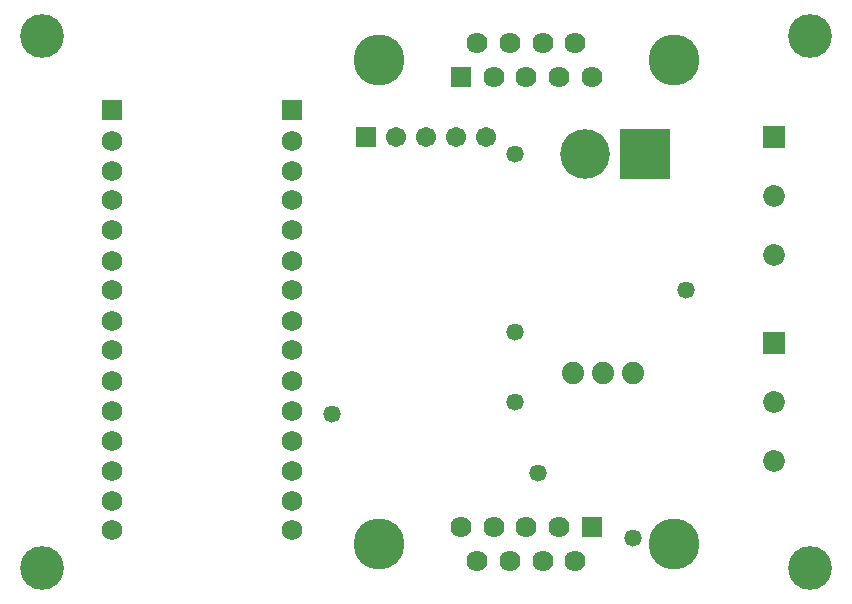
<source format=gbs>
G04*
G04 #@! TF.GenerationSoftware,Altium Limited,Altium Designer,22.8.2 (66)*
G04*
G04 Layer_Color=16711935*
%FSLAX42Y42*%
%MOMM*%
G71*
G04*
G04 #@! TF.SameCoordinates,BE524959-8ACB-43EF-997A-26B96313BF78*
G04*
G04*
G04 #@! TF.FilePolarity,Negative*
G04*
G01*
G75*
%ADD21C,1.78*%
%ADD22R,4.20X4.20*%
%ADD23C,4.20*%
%ADD24C,3.70*%
%ADD25R,1.85X1.85*%
%ADD26C,1.85*%
%ADD27R,1.78X1.78*%
%ADD28C,4.32*%
%ADD29C,1.73*%
%ADD30R,1.73X1.73*%
%ADD31R,1.71X1.71*%
%ADD32C,1.71*%
%ADD33C,1.88*%
%ADD34C,1.47*%
D21*
X3935Y4692D02*
D03*
X4212D02*
D03*
X4765Y308D02*
D03*
X4488D02*
D03*
X3796Y592D02*
D03*
X3935Y308D02*
D03*
X4073Y592D02*
D03*
X4212Y308D02*
D03*
X4350Y592D02*
D03*
X4627D02*
D03*
X4904Y4408D02*
D03*
X4765Y4692D02*
D03*
X4627Y4408D02*
D03*
X4488Y4692D02*
D03*
X4350Y4408D02*
D03*
X4073D02*
D03*
D22*
X5350Y3750D02*
D03*
D23*
X4850D02*
D03*
D24*
X250Y4750D02*
D03*
X6750Y250D02*
D03*
Y4750D02*
D03*
X250Y250D02*
D03*
D25*
X6450Y2150D02*
D03*
Y3900D02*
D03*
D26*
Y1650D02*
D03*
Y1150D02*
D03*
Y3400D02*
D03*
Y2900D02*
D03*
D27*
X4904Y592D02*
D03*
X3796Y4408D02*
D03*
D28*
X3100Y450D02*
D03*
X5599D02*
D03*
Y4550D02*
D03*
X3100D02*
D03*
D29*
X838Y566D02*
D03*
Y819D02*
D03*
Y1073D02*
D03*
Y1327D02*
D03*
Y1581D02*
D03*
Y1835D02*
D03*
Y2090D02*
D03*
Y2343D02*
D03*
Y2598D02*
D03*
Y2851D02*
D03*
Y3106D02*
D03*
Y3360D02*
D03*
Y3613D02*
D03*
Y3867D02*
D03*
X2362Y566D02*
D03*
Y819D02*
D03*
Y1073D02*
D03*
Y1327D02*
D03*
Y1581D02*
D03*
Y1835D02*
D03*
Y2090D02*
D03*
Y2343D02*
D03*
Y2598D02*
D03*
Y2851D02*
D03*
Y3106D02*
D03*
Y3360D02*
D03*
Y3613D02*
D03*
Y3867D02*
D03*
D30*
X838Y4122D02*
D03*
X2362D02*
D03*
D31*
X2992Y3900D02*
D03*
D32*
X3246D02*
D03*
X3500D02*
D03*
X3754D02*
D03*
X4008D02*
D03*
D33*
X5000Y1900D02*
D03*
X5254D02*
D03*
X4746D02*
D03*
D34*
X5700Y2600D02*
D03*
X4250Y2250D02*
D03*
Y3750D02*
D03*
Y1650D02*
D03*
X4450Y1050D02*
D03*
X5250Y500D02*
D03*
X2700Y1550D02*
D03*
M02*

</source>
